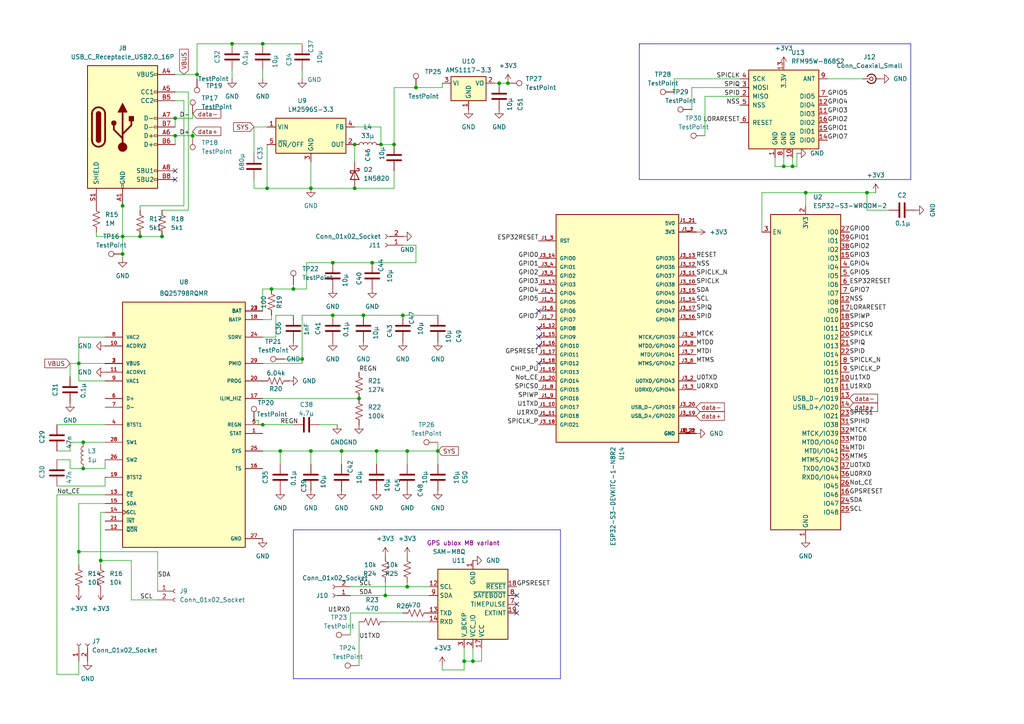
<source format=kicad_sch>
(kicad_sch (version 20250114) (generator "eeschema") (generator_version "9.0")
  (paper "A4")
  (title_block (title "LoRa_GPS_Esp32_Position_Transmitter") (date "Q1 2025-2026"))
  (lib_symbols
    (symbol "BQ25798RQMR:BQ25798RQMR" (pin_names (offset 1.016))
      (property "Reference" "U" (at -17.78 36.322 0))
      (property "Value" "BQ25798RQMR" (at -17.78 -38.1 0))
      (symbol "BQ25798RQMR_0_0"
        (pin input line (at -22.86 25.4 0) (length 5.08) (name "VAC2") (number "8"))
        (pin input line (at -22.86 22.86 0) (length 5.08) (name "ACDRV2") (number "10"))
        (pin input line (at -22.86 17.78 0) (length 5.08) (name "VBUS") (number "2"))
        (pin input line (at -22.86 17.78 0) (length 5.08) (name "VBUS") (number "3"))
        (pin input line (at -22.86 15.24 0) (length 5.08) (name "ACDRV1") (number "11"))
        (pin input line (at -22.86 12.7 0) (length 5.08) (name "VAC1") (number "9"))
        (pin bidirectional line (at -22.86 7.62 0) (length 5.08) (name "D+") (number "6"))
        (pin bidirectional line (at -22.86 5.08 0) (length 5.08) (name "D-") (number "7"))
        (pin input line (at -22.86 0 0) (length 5.08) (name "BTST1") (number "4"))
        (pin passive line (at -22.86 -5.08 0) (length 5.08) (name "SW1") (number "28"))
        (pin passive line (at -22.86 -10.16 0) (length 5.08) (name "SW2") (number "26"))
        (pin output line (at -22.86 -15.24 0) (length 5.08) (name "BTST2") (number "19"))
        (pin input line (at -22.86 -20.32 0) (length 5.08) (name "~{CE}") (number "13"))
        (pin bidirectional line (at -22.86 -22.86 0) (length 5.08) (name "SDA") (number "15"))
        (pin input clock (at -22.86 -25.4 0) (length 5.08) (name "SCL") (number "14"))
        (pin output line (at -22.86 -27.94 0) (length 5.08) (name "~{INT}") (number "21"))
        (pin input line (at -22.86 -30.48 0) (length 5.08) (name "~{QON}") (number "12"))
        (pin power_in line (at 22.86 33.02 180) (length 5.08) (name "BAT") (number "22"))
        (pin power_in line (at 22.86 33.02 180) (length 5.08) (name "BAT") (number "23"))
        (pin power_in line (at 22.86 30.48 180) (length 5.08) (name "BATP") (number "18"))
        (pin output line (at 22.86 25.4 180) (length 5.08) (name "SDRV") (number "24"))
        (pin passive line (at 22.86 17.78 180) (length 5.08) (name "PMID") (number "29"))
        (pin input line (at 22.86 12.7 180) (length 5.08) (name "PROG") (number "20"))
        (pin input line (at 22.86 7.62 180) (length 5.08) (name "ILIM_HIZ") (number "17"))
        (pin output line (at 22.86 0 180) (length 5.08) (name "REGN") (number "5"))
        (pin output line (at 22.86 -2.54 180) (length 5.08) (name "STAT") (number "1"))
        (pin output line (at 22.86 -7.62 180) (length 5.08) (name "SYS") (number "25"))
        (pin input line (at 22.86 -12.7 180) (length 5.08) (name "TS") (number "16"))
        (pin power_in line (at 22.86 -33.02 180) (length 5.08) (name "GND") (number "27"))
      )
    )
    (symbol "Connector:Conn_01x02_Socket" (pin_names (offset 1.016) (hide yes))
      (property "Reference" "J" (at 0 2.54 0))
      (property "Value" "Conn_01x02_Socket" (at 0 -5.08 0))
      (symbol "Conn_01x02_Socket_1_1"
        (pin passive line (at -5.08 0 0) (length 3.81) (name "Pin_1") (number "1"))
        (pin passive line (at -5.08 -2.54 0) (length 3.81) (name "Pin_2") (number "2"))
      )
    )
    (symbol "Connector:Conn_Coaxial_Small" (pin_numbers (hide yes)) (pin_names (offset 1.016) (hide yes))
      (property "Reference" "J" (at 0.254 3.048 0))
      (property "Value" "Conn_Coaxial_Small" (at 0 -3.81 0))
      (symbol "Conn_Coaxial_Small_1_1"
        (pin passive line (at -2.54 0 0) (length 1.27) (name "In") (number "1"))
        (pin passive line (at 2.54 0 180) (length 1.27) (name "Ext") (number "2"))
      )
    )
    (symbol "Connector:TestPoint" (pin_numbers (hide yes)) (pin_names (offset 0.762) (hide yes))
      (property "Reference" "TP" (at 0 6.858 0))
      (property "Value" "TestPoint" (at 0 5.08 0))
      (symbol "TestPoint_1_1"
        (pin passive line (at 0 0 90) (length 2.54) (name "1") (number "1"))
      )
    )
    (symbol "Connector:USB_C_Receptacle_USB2.0_16P" (pin_names (offset 1.016))
      (property "Reference" "J" (at 0 22.225 0))
      (property "Value" "USB_C_Receptacle_USB2.0_16P" (at 0 19.685 0))
      (symbol "USB_C_Receptacle_USB2.0_16P_1_1"
        (pin passive line (at -7.62 -22.86 90) (length 5.08) (name "SHIELD") (number "S1"))
        (pin passive line (at 0 -22.86 90) (length 5.08) (name "GND") (number "A1"))
        (pin passive line (at 0 -22.86 90) (length 5.08) (hide yes) (name "GND") (number "A12"))
        (pin passive line (at 0 -22.86 90) (length 5.08) (hide yes) (name "GND") (number "B1"))
        (pin passive line (at 0 -22.86 90) (length 5.08) (hide yes) (name "GND") (number "B12"))
        (pin passive line (at 15.24 15.24 180) (length 5.08) (name "VBUS") (number "A4"))
        (pin passive line (at 15.24 15.24 180) (length 5.08) (hide yes) (name "VBUS") (number "A9"))
        (pin passive line (at 15.24 15.24 180) (length 5.08) (hide yes) (name "VBUS") (number "B4"))
        (pin passive line (at 15.24 15.24 180) (length 5.08) (hide yes) (name "VBUS") (number "B9"))
        (pin bidirectional line (at 15.24 10.16 180) (length 5.08) (name "CC1") (number "A5"))
        (pin bidirectional line (at 15.24 7.62 180) (length 5.08) (name "CC2") (number "B5"))
        (pin bidirectional line (at 15.24 2.54 180) (length 5.08) (name "D-") (number "A7"))
        (pin bidirectional line (at 15.24 0 180) (length 5.08) (name "D-") (number "B7"))
        (pin bidirectional line (at 15.24 -2.54 180) (length 5.08) (name "D+") (number "A6"))
        (pin bidirectional line (at 15.24 -5.08 180) (length 5.08) (name "D+") (number "B6"))
        (pin bidirectional line (at 15.24 -12.7 180) (length 5.08) (name "SBU1") (number "A8"))
        (pin bidirectional line (at 15.24 -15.24 180) (length 5.08) (name "SBU2") (number "B8"))
      )
    )
    (symbol "Device:C" (pin_numbers (hide yes)) (pin_names (offset 0.254))
      (property "Reference" "C" (at 0.635 2.54 0))
      (property "Value" "C" (at 0.635 -2.54 0))
      (symbol "C_1_1"
        (pin passive line (at 0 3.81 270) (length 2.794) (name "~") (number "1"))
        (pin passive line (at 0 -3.81 90) (length 2.794) (name "~") (number "2"))
      )
    )
    (symbol "Device:L" (pin_numbers (hide yes)) (pin_names (offset 1.016) (hide yes))
      (property "Reference" "L" (at -1.27 0 90))
      (property "Value" "L" (at 1.905 0 90))
      (symbol "L_1_1"
        (pin passive line (at 0 3.81 270) (length 1.27) (name "1") (number "1"))
        (pin passive line (at 0 -3.81 90) (length 1.27) (name "2") (number "2"))
      )
    )
    (symbol "Device:R_US" (pin_numbers (hide yes)) (pin_names (offset 0))
      (property "Reference" "R" (at 2.54 0 90))
      (property "Value" "R_US" (at -2.54 0 90))
      (symbol "R_US_1_1"
        (pin passive line (at 0 3.81 270) (length 1.27) (name "~") (number "1"))
        (pin passive line (at 0 -3.81 90) (length 1.27) (name "~") (number "2"))
      )
    )
    (symbol "Diode:1N5820" (pin_numbers (hide yes)) (pin_names (offset 1.016) (hide yes))
      (property "Reference" "D" (at 0 2.54 0))
      (property "Value" "1N5820" (at 0 -2.54 0))
      (symbol "1N5820_1_1"
        (pin passive line (at -3.81 0 0) (length 2.54) (name "K") (number "1"))
        (pin passive line (at 3.81 0 180) (length 2.54) (name "A") (number "2"))
      )
    )
    (symbol "ESP32-S3-DEVKITC-1-N8R2:ESP32-S3-DEVKITC-1-N8R2" (pin_names (offset 1.016))
      (property "Reference" "U" (at -17.78 35.56 0))
      (property "Value" "ESP32-S3-DEVKITC-1-N8R2" (at -17.78 -35.56 0))
      (symbol "ESP32-S3-DEVKITC-1-N8R2_0_0"
        (pin input line (at -22.86 25.4 0) (length 5.08) (name "RST") (number "J1_3"))
        (pin bidirectional line (at -22.86 20.32 0) (length 5.08) (name "GPIO0") (number "J3_14"))
        (pin bidirectional line (at -22.86 17.78 0) (length 5.08) (name "GPIO1") (number "J3_4"))
        (pin bidirectional line (at -22.86 15.24 0) (length 5.08) (name "GPIO2") (number "J3_5"))
        (pin bidirectional line (at -22.86 12.7 0) (length 5.08) (name "GPIO3") (number "J1_13"))
        (pin bidirectional line (at -22.86 10.16 0) (length 5.08) (name "GPIO4") (number "J1_4"))
        (pin bidirectional line (at -22.86 7.62 0) (length 5.08) (name "GPIO5") (number "J1_5"))
        (pin bidirectional line (at -22.86 5.08 0) (length 5.08) (name "GPIO6") (number "J1_6"))
        (pin bidirectional line (at -22.86 2.54 0) (length 5.08) (name "GPIO7") (number "J1_7"))
        (pin bidirectional line (at -22.86 0 0) (length 5.08) (name "GPIO8") (number "J1_12"))
        (pin bidirectional line (at -22.86 -2.54 0) (length 5.08) (name "GPIO9") (number "J1_15"))
        (pin bidirectional line (at -22.86 -5.08 0) (length 5.08) (name "GPIO10") (number "J1_16"))
        (pin bidirectional line (at -22.86 -7.62 0) (length 5.08) (name "GPIO11") (number "J1_17"))
        (pin bidirectional line (at -22.86 -10.16 0) (length 5.08) (name "GPIO12") (number "J1_18"))
        (pin bidirectional line (at -22.86 -12.7 0) (length 5.08) (name "GPIO13") (number "J1_19"))
        (pin bidirectional line (at -22.86 -15.24 0) (length 5.08) (name "GPIO14") (number "J1_20"))
        (pin bidirectional line (at -22.86 -17.78 0) (length 5.08) (name "GPIO15") (number "J1_8"))
        (pin bidirectional line (at -22.86 -20.32 0) (length 5.08) (name "GPIO16") (number "J1_9"))
        (pin bidirectional line (at -22.86 -22.86 0) (length 5.08) (name "GPIO17") (number "J1_10"))
        (pin bidirectional line (at -22.86 -25.4 0) (length 5.08) (name "GPIO18") (number "J1_11"))
        (pin bidirectional line (at -22.86 -27.94 0) (length 5.08) (name "GPIO21") (number "J3_18"))
        (pin power_in line (at 22.86 30.48 180) (length 5.08) (name "5V0") (number "J1_21"))
        (pin power_in line (at 22.86 27.94 180) (length 5.08) (name "3V3") (number "J1_1"))
        (pin power_in line (at 22.86 27.94 180) (length 5.08) (name "3V3") (number "J1_2"))
        (pin bidirectional line (at 22.86 20.32 180) (length 5.08) (name "GPIO35") (number "J3_13"))
        (pin bidirectional line (at 22.86 17.78 180) (length 5.08) (name "GPIO36") (number "J3_12"))
        (pin bidirectional line (at 22.86 15.24 180) (length 5.08) (name "GPIO37") (number "J3_11"))
        (pin bidirectional line (at 22.86 12.7 180) (length 5.08) (name "GPIO38") (number "J3_10"))
        (pin bidirectional line (at 22.86 10.16 180) (length 5.08) (name "GPIO45") (number "J3_15"))
        (pin bidirectional line (at 22.86 7.62 180) (length 5.08) (name "GPIO46") (number "J1_14"))
        (pin bidirectional line (at 22.86 5.08 180) (length 5.08) (name "GPIO47") (number "J3_17"))
        (pin bidirectional line (at 22.86 2.54 180) (length 5.08) (name "GPIO48") (number "J3_16"))
        (pin bidirectional line (at 22.86 -2.54 180) (length 5.08) (name "MTCK/GPIO39") (number "J3_9"))
        (pin bidirectional line (at 22.86 -5.08 180) (length 5.08) (name "MTDO/GPIO40") (number "J3_8"))
        (pin bidirectional line (at 22.86 -7.62 180) (length 5.08) (name "MTDI/GPIO41") (number "J3_7"))
        (pin bidirectional line (at 22.86 -10.16 180) (length 5.08) (name "MTMS/GPIO42") (number "J3_6"))
        (pin bidirectional line (at 22.86 -15.24 180) (length 5.08) (name "U0TXD/GPIO43") (number "J3_2"))
        (pin bidirectional line (at 22.86 -17.78 180) (length 5.08) (name "U0RXD/GPIO44") (number "J3_3"))
        (pin bidirectional line (at 22.86 -22.86 180) (length 5.08) (name "USB_D-/GPIO19") (number "J3_20"))
        (pin bidirectional line (at 22.86 -25.4 180) (length 5.08) (name "USB_D+/GPIO20") (number "J3_19"))
        (pin power_in line (at 22.86 -30.48 180) (length 5.08) (name "GND") (number "J1_22"))
        (pin power_in line (at 22.86 -30.48 180) (length 5.08) (name "GND") (number "J3_1"))
        (pin power_in line (at 22.86 -30.48 180) (length 5.08) (name "GND") (number "J3_21"))
        (pin power_in line (at 22.86 -30.48 180) (length 5.08) (name "GND") (number "J3_22"))
      )
    )
    (symbol "RF_GPS:SAM-M8Q"
      (property "Reference" "U" (at -8.89 11.43 0))
      (property "Value" "SAM-M8Q" (at 8.89 11.43 0))
      (symbol "SAM-M8Q_1_1"
        (pin input line (at -12.7 2.54 0) (length 2.54) (name "EXTINT") (number "19"))
        (pin output line (at -12.7 0 0) (length 2.54) (name "TIMEPULSE") (number "7"))
        (pin input line (at -12.7 -2.54 0) (length 2.54) (name "~{SAFEBOOT}") (number "8"))
        (pin input line (at -12.7 -5.08 0) (length 2.54) (name "~{RESET}") (number "18"))
        (pin power_in line (at -2.54 12.7 270) (length 2.54) (name "VCC") (number "17"))
        (pin power_in line (at 0 12.7 270) (length 2.54) (name "VCC_IO") (number "2"))
        (pin power_in line (at 0 -12.7 90) (length 2.54) (name "GND") (number "1"))
        (pin passive line (at 0 -12.7 90) (length 2.54) (hide yes) (name "GND") (number "10"))
        (pin passive line (at 0 -12.7 90) (length 2.54) (hide yes) (name "GND") (number "11"))
        (pin passive line (at 0 -12.7 90) (length 2.54) (hide yes) (name "GND") (number "15"))
        (pin passive line (at 0 -12.7 90) (length 2.54) (hide yes) (name "GND") (number "16"))
        (pin passive line (at 0 -12.7 90) (length 2.54) (hide yes) (name "GND") (number "20"))
        (pin passive line (at 0 -12.7 90) (length 2.54) (hide yes) (name "GND") (number "4"))
        (pin passive line (at 0 -12.7 90) (length 2.54) (hide yes) (name "GND") (number "5"))
        (pin passive line (at 0 -12.7 90) (length 2.54) (hide yes) (name "GND") (number "6"))
        (pin power_in line (at 2.54 12.7 270) (length 2.54) (name "V_BCKP") (number "3"))
        (pin input line (at 12.7 5.08 180) (length 2.54) (name "RXD") (number "14"))
        (pin output line (at 12.7 2.54 180) (length 2.54) (name "TXD") (number "13"))
        (pin bidirectional line (at 12.7 -2.54 180) (length 2.54) (name "SDA") (number "9"))
        (pin input line (at 12.7 -5.08 180) (length 2.54) (name "SCL") (number "12"))
      )
    )
    (symbol "RF_Module:ESP32-S3-WROOM-2"
      (property "Reference" "U" (at -10.16 45.72 0))
      (property "Value" "ESP32-S3-WROOM-2" (at 2.54 45.72 0))
      (symbol "ESP32-S3-WROOM-2_1_1"
        (pin input line (at -12.7 40.64 0) (length 2.54) (name "EN") (number "3"))
        (pin no_connect line (at -10.16 -35.56 0) (length 2.54) (hide yes) (name "NC") (number "28"))
        (pin no_connect line (at -10.16 -38.1 0) (length 2.54) (hide yes) (name "NC") (number "29"))
        (pin no_connect line (at -10.16 -40.64 0) (length 2.54) (hide yes) (name "NC") (number "30"))
        (pin power_in line (at 0 48.26 270) (length 2.54) (name "3V3") (number "2"))
        (pin power_in line (at 0 -48.26 90) (length 2.54) (name "GND") (number "1"))
        (pin passive line (at 0 -48.26 90) (length 2.54) (hide yes) (name "GND") (number "40"))
        (pin passive line (at 0 -48.26 90) (length 2.54) (hide yes) (name "GND") (number "41"))
        (pin bidirectional line (at 12.7 40.64 180) (length 2.54) (name "IO0") (number "27"))
        (pin bidirectional line (at 12.7 38.1 180) (length 2.54) (name "IO1") (number "39"))
        (pin bidirectional line (at 12.7 35.56 180) (length 2.54) (name "IO2") (number "38"))
        (pin bidirectional line (at 12.7 33.02 180) (length 2.54) (name "IO3") (number "15"))
        (pin bidirectional line (at 12.7 30.48 180) (length 2.54) (name "IO4") (number "4"))
        (pin bidirectional line (at 12.7 27.94 180) (length 2.54) (name "IO5") (number "5"))
        (pin bidirectional line (at 12.7 25.4 180) (length 2.54) (name "IO6") (number "6"))
        (pin bidirectional line (at 12.7 22.86 180) (length 2.54) (name "IO7") (number "7"))
        (pin bidirectional line (at 12.7 20.32 180) (length 2.54) (name "IO8") (number "12"))
        (pin bidirectional line (at 12.7 17.78 180) (length 2.54) (name "IO9") (number "17"))
        (pin bidirectional line (at 12.7 15.24 180) (length 2.54) (name "IO10") (number "18"))
        (pin bidirectional line (at 12.7 12.7 180) (length 2.54) (name "IO11") (number "19"))
        (pin bidirectional line (at 12.7 10.16 180) (length 2.54) (name "IO12") (number "20"))
        (pin bidirectional line (at 12.7 7.62 180) (length 2.54) (name "IO13") (number "21"))
        (pin bidirectional line (at 12.7 5.08 180) (length 2.54) (name "IO14") (number "22"))
        (pin bidirectional line (at 12.7 2.54 180) (length 2.54) (name "IO15") (number "8"))
        (pin bidirectional line (at 12.7 0 180) (length 2.54) (name "IO16") (number "9"))
        (pin bidirectional line (at 12.7 -2.54 180) (length 2.54) (name "IO17") (number "10"))
        (pin bidirectional line (at 12.7 -5.08 180) (length 2.54) (name "IO18") (number "11"))
        (pin bidirectional line (at 12.7 -7.62 180) (length 2.54) (name "USB_D-/IO19") (number "13"))
        (pin bidirectional line (at 12.7 -10.16 180) (length 2.54) (name "USB_D+/IO20") (number "14"))
        (pin bidirectional line (at 12.7 -12.7 180) (length 2.54) (name "IO21") (number "23"))
        (pin bidirectional line (at 12.7 -15.24 180) (length 2.54) (name "IO38") (number "31"))
        (pin bidirectional line (at 12.7 -17.78 180) (length 2.54) (name "MTCK/IO39") (number "32"))
        (pin bidirectional line (at 12.7 -20.32 180) (length 2.54) (name "MTDO/IO40") (number "33"))
        (pin bidirectional line (at 12.7 -22.86 180) (length 2.54) (name "MTDI/IO41") (number "34"))
        (pin bidirectional line (at 12.7 -25.4 180) (length 2.54) (name "MTMS/IO42") (number "35"))
        (pin bidirectional line (at 12.7 -27.94 180) (length 2.54) (name "TXD0/IO43") (number "37"))
        (pin bidirectional line (at 12.7 -30.48 180) (length 2.54) (name "RXD0/IO44") (number "36"))
        (pin bidirectional line (at 12.7 -33.02 180) (length 2.54) (name "IO45") (number "26"))
        (pin bidirectional line (at 12.7 -35.56 180) (length 2.54) (name "IO46") (number "16"))
        (pin bidirectional line (at 12.7 -38.1 180) (length 2.54) (name "IO47") (number "24"))
        (pin bidirectional line (at 12.7 -40.64 180) (length 2.54) (name "IO48") (number "25"))
      )
    )
    (symbol "RF_Module:RFM95W-868S2" (pin_names (offset 1.016))
      (property "Reference" "U" (at -10.414 11.684 0))
      (property "Value" "RFM95W-868S2" (at 1.524 11.43 0))
      (symbol "RFM95W-868S2_1_1"
        (pin input line (at -12.7 7.62 0) (length 2.54) (name "SCK") (number "4"))
        (pin input line (at -12.7 5.08 0) (length 2.54) (name "MOSI") (number "3"))
        (pin output line (at -12.7 2.54 0) (length 2.54) (name "MISO") (number "2"))
        (pin input line (at -12.7 0 0) (length 2.54) (name "NSS") (number "5"))
        (pin bidirectional line (at -12.7 -5.08 0) (length 2.54) (name "RESET") (number "6"))
        (pin power_in line (at -2.54 -15.24 90) (length 2.54) (name "GND") (number "1"))
        (pin power_in line (at 0 12.7 270) (length 2.54) (name "3.3V") (number "13"))
        (pin power_in line (at 0 -15.24 90) (length 2.54) (name "GND") (number "8"))
        (pin power_in line (at 2.54 -15.24 90) (length 2.54) (name "GND") (number "10"))
        (pin bidirectional line (at 12.7 7.62 180) (length 2.54) (name "ANT") (number "9"))
        (pin bidirectional line (at 12.7 2.54 180) (length 2.54) (name "DIO5") (number "7"))
        (pin bidirectional line (at 12.7 0 180) (length 2.54) (name "DIO4") (number "12"))
        (pin bidirectional line (at 12.7 -2.54 180) (length 2.54) (name "DIO3") (number "11"))
        (pin bidirectional line (at 12.7 -5.08 180) (length 2.54) (name "DIO2") (number "16"))
        (pin bidirectional line (at 12.7 -7.62 180) (length 2.54) (name "DIO1") (number "15"))
        (pin bidirectional line (at 12.7 -10.16 180) (length 2.54) (name "DIO0") (number "14"))
      )
    )
    (symbol "Regulator_Linear:AMS1117-3.3"
      (property "Reference" "U" (at -3.81 3.175 0))
      (property "Value" "AMS1117-3.3" (at 0 3.175 0))
      (symbol "AMS1117-3.3_1_1"
        (pin power_in line (at -7.62 0 0) (length 2.54) (name "VI") (number "3"))
        (pin power_in line (at 0 -7.62 90) (length 2.54) (name "GND") (number "1"))
        (pin power_out line (at 7.62 0 180) (length 2.54) (name "VO") (number "2"))
      )
    )
    (symbol "Regulator_Switching:LM2596S-3.3"
      (property "Reference" "U" (at -10.16 6.35 0))
      (property "Value" "LM2596S-3.3" (at 0 6.35 0))
      (symbol "LM2596S-3.3_1_1"
        (pin power_in line (at -12.7 2.54 0) (length 2.54) (name "VIN") (number "1"))
        (pin input line (at -12.7 -2.54 0) (length 2.54) (name "~{ON}/OFF") (number "5"))
        (pin power_in line (at 0 -7.62 90) (length 2.54) (name "GND") (number "3"))
        (pin input line (at 12.7 2.54 180) (length 2.54) (name "FB") (number "4"))
        (pin output line (at 12.7 -2.54 180) (length 2.54) (name "OUT") (number "2"))
      )
    )
    (symbol "power:+3V3" (power) (pin_numbers (hide yes)) (pin_names (offset 0) (hide yes))
      (property "Value" "+3V3" (at 0 3.556 0))
      (symbol "+3V3_1_1"
        (pin power_in line (at 0 0 90) (length 0) (name "~") (number "1"))
      )
    )
    (symbol "power:GND" (power) (pin_numbers (hide yes)) (pin_names (offset 0) (hide yes))
      (property "Value" "GND" (at 0 -3.81 0))
      (symbol "GND_1_1"
        (pin power_in line (at 0 0 270) (length 0) (name "~") (number "1"))
      )
    )
  )
  (junction (at 77.47 54.61))
  (junction (at 229.87 48.26))
  (junction (at 22.86 105.41))
  (junction (at 102.87 54.61))
  (junction (at 114.3 41.91))
  (junction (at 116.84 91.44))
  (junction (at 29.21 162.56))
  (junction (at 24.13 128.27))
  (junction (at 251.46 55.88))
  (junction (at 105.41 91.44))
  (junction (at 134.62 191.77))
  (junction (at 46.99 68.58))
  (junction (at 96.52 76.2))
  (junction (at 102.87 41.91))
  (junction (at 137.16 191.77))
  (junction (at 22.86 160.02))
  (junction (at 90.17 130.81))
  (junction (at 78.74 83.82))
  (junction (at 81.28 130.81))
  (junction (at 35.56 68.58))
  (junction (at 57.15 21.59))
  (junction (at 109.22 130.81))
  (junction (at 85.09 83.82))
  (junction (at 87.63 104.14))
  (junction (at 107.95 76.2))
  (junction (at 90.17 54.61))
  (junction (at 118.11 170.18))
  (junction (at 24.13 135.89))
  (junction (at 147.32 24.13))
  (junction (at 111.76 172.72))
  (junction (at 104.14 115.57))
  (junction (at 127 130.81))
  (junction (at 110.49 41.91))
  (junction (at 35.56 73.66))
  (junction (at 118.11 130.81))
  (junction (at 40.64 68.58))
  (junction (at 76.2 12.7))
  (junction (at 55.88 39.37))
  (junction (at 233.68 55.88))
  (junction (at 35.56 59.69))
  (junction (at 227.33 48.26))
  (junction (at 99.06 130.81))
  (junction (at 96.52 91.44))
  (junction (at 144.78 24.13))
  (junction (at 76.2 123.19))
  (junction (at 120.65 25.4))
  (junction (at 67.31 12.7))
  (junction (at 50.8 39.37))
  (junction (at 50.8 34.29))
  (no_connect (at 149.86 177.8))
  (no_connect (at 50.8 52.07))
  (no_connect (at 50.8 49.53))
  (no_connect (at 149.86 172.72))
  (no_connect (at 149.86 175.26))
  (no_connect (at 156.21 105.41))
  (no_connect (at 156.21 90.17))
  (no_connect (at 156.21 100.33))
  (no_connect (at 156.21 95.25))
  (no_connect (at 156.21 97.79))
  (wire (pts (xy 200.66 25.4) (xy 214.63 25.4)))
  (wire (pts (xy 120.65 71.12) (xy 116.84 71.12)))
  (wire (pts (xy 22.86 105.41) (xy 30.48 105.41)))
  (wire (pts (xy 87.63 20.32) (xy 87.63 22.86)))
  (wire (pts (xy 229.87 45.72) (xy 229.87 48.26)))
  (wire (pts (xy 251.46 55.88) (xy 251.46 60.96)))
  (polyline (pts (xy 85.09 153.67) (xy 162.56 153.67)))
  (wire (pts (xy 99.06 130.81) (xy 99.06 134.62)))
  (wire (pts (xy 85.09 82.55) (xy 85.09 83.82)))
  (wire (pts (xy 128.27 25.4) (xy 128.27 24.13)))
  (wire (pts (xy 257.81 60.96) (xy 251.46 60.96)))
  (wire (pts (xy 101.6 170.18) (xy 118.11 170.18)))
  (wire (pts (xy 231.14 48.26) (xy 229.87 48.26)))
  (wire (pts (xy 87.63 104.14) (xy 87.63 105.41)))
  (wire (pts (xy 45.72 171.45) (xy 45.72 160.02)))
  (wire (pts (xy 110.49 36.83) (xy 110.49 41.91)))
  (wire (pts (xy 120.65 71.12) (xy 120.65 76.2)))
  (wire (pts (xy 74.93 121.92) (xy 74.93 123.19)))
  (wire (pts (xy 54.61 26.67) (xy 54.61 60.96)))
  (wire (pts (xy 20.32 130.81) (xy 20.32 128.27)))
  (wire (pts (xy 22.86 191.77) (xy 22.86 195.58)))
  (wire (pts (xy 90.17 54.61) (xy 102.87 54.61)))
  (wire (pts (xy 46.99 68.58) (xy 46.99 66.04)))
  (wire (pts (xy 229.87 48.26) (xy 227.33 48.26)))
  (wire (pts (xy 74.93 121.92) (xy 73.66 121.92)))
  (wire (pts (xy 20.32 128.27) (xy 24.13 128.27)))
  (wire (pts (xy 78.74 91.44) (xy 78.74 92.71)))
  (wire (pts (xy 57.15 12.7) (xy 57.15 21.59)))
  (wire (pts (xy 204.47 27.94) (xy 204.47 39.37)))
  (wire (pts (xy 76.2 115.57) (xy 104.14 115.57)))
  (wire (pts (xy 87.63 91.44) (xy 87.63 104.14)))
  (polyline (pts (xy 264.16 12.7) (xy 185.42 12.7)))
  (wire (pts (xy 78.74 83.82) (xy 76.2 83.82)))
  (wire (pts (xy 67.31 20.32) (xy 67.31 22.86)))
  (wire (pts (xy 78.74 83.82) (xy 85.09 83.82)))
  (wire (pts (xy 38.1 173.99) (xy 45.72 173.99)))
  (polyline (pts (xy 185.42 12.7) (xy 185.42 52.07)))
  (wire (pts (xy 204.47 27.94) (xy 214.63 27.94)))
  (wire (pts (xy 55.88 33.02) (xy 55.88 34.29)))
  (wire (pts (xy 99.06 130.81) (xy 109.22 130.81)))
  (wire (pts (xy 35.56 68.58) (xy 40.64 68.58)))
  (polyline (pts (xy 162.56 153.67) (xy 162.56 196.85)))
  (wire (pts (xy 40.64 59.69) (xy 40.64 60.96)))
  (wire (pts (xy 102.87 54.61) (xy 114.3 54.61)))
  (wire (pts (xy 87.63 104.14) (xy 82.55 104.14)))
  (wire (pts (xy 87.63 105.41) (xy 76.2 105.41)))
  (wire (pts (xy 27.94 68.58) (xy 35.56 68.58)))
  (wire (pts (xy 128.27 194.31) (xy 134.62 194.31)))
  (wire (pts (xy 109.22 134.62) (xy 109.22 130.81)))
  (wire (pts (xy 233.68 55.88) (xy 220.98 55.88)))
  (wire (pts (xy 96.52 76.2) (xy 88.9 76.2)))
  (wire (pts (xy 30.48 97.79) (xy 22.86 97.79)))
  (wire (pts (xy 102.87 46.99) (xy 102.87 41.91)))
  (wire (pts (xy 231.14 48.26) (xy 231.14 44.45)))
  (wire (pts (xy 54.61 60.96) (xy 46.99 60.96)))
  (wire (pts (xy 74.93 123.19) (xy 76.2 123.19)))
  (polyline (pts (xy 264.16 52.07) (xy 264.16 12.7)))
  (wire (pts (xy 87.63 91.44) (xy 96.52 91.44)))
  (wire (pts (xy 16.51 143.51) (xy 30.48 143.51)))
  (wire (pts (xy 20.32 135.89) (xy 20.32 133.35)))
  (wire (pts (xy 57.15 12.7) (xy 67.31 12.7)))
  (wire (pts (xy 224.79 45.72) (xy 224.79 48.26)))
  (wire (pts (xy 50.8 34.29) (xy 50.8 36.83)))
  (wire (pts (xy 29.21 162.56) (xy 38.1 162.56)))
  (wire (pts (xy 227.33 19.05) (xy 227.33 17.78)))
  (wire (pts (xy 101.6 177.8) (xy 101.6 184.15)))
  (wire (pts (xy 137.16 187.96) (xy 137.16 191.77)))
  (wire (pts (xy 76.2 12.7) (xy 87.63 12.7)))
  (wire (pts (xy 35.56 73.66) (xy 35.56 74.93)))
  (wire (pts (xy 101.6 172.72) (xy 111.76 172.72)))
  (wire (pts (xy 22.86 146.05) (xy 22.86 160.02)))
  (wire (pts (xy 120.65 25.4) (xy 128.27 25.4)))
  (wire (pts (xy 16.51 140.97) (xy 30.48 140.97)))
  (wire (pts (xy 102.87 36.83) (xy 110.49 36.83)))
  (wire (pts (xy 144.78 24.13) (xy 143.51 24.13)))
  (wire (pts (xy 77.47 41.91) (xy 77.47 54.61)))
  (wire (pts (xy 29.21 148.59) (xy 29.21 162.56)))
  (wire (pts (xy 80.01 97.79) (xy 80.01 91.44)))
  (wire (pts (xy 76.2 83.82) (xy 76.2 90.17)))
  (wire (pts (xy 114.3 25.4) (xy 120.65 25.4)))
  (wire (pts (xy 88.9 76.2) (xy 88.9 83.82)))
  (wire (pts (xy 30.48 148.59) (xy 29.21 148.59)))
  (wire (pts (xy 139.7 187.96) (xy 139.7 191.77)))
  (wire (pts (xy 77.47 54.61) (xy 90.17 54.61)))
  (wire (pts (xy 20.32 105.41) (xy 22.86 105.41)))
  (wire (pts (xy 116.84 91.44) (xy 127 91.44)))
  (wire (pts (xy 195.58 22.86) (xy 195.58 26.67)))
  (wire (pts (xy 114.3 49.53) (xy 114.3 54.61)))
  (wire (pts (xy 45.72 160.02) (xy 22.86 160.02)))
  (wire (pts (xy 57.15 22.86) (xy 57.15 21.59)))
  (wire (pts (xy 55.88 34.29) (xy 50.8 34.29)))
  (wire (pts (xy 76.2 123.19) (xy 85.09 123.19)))
  (wire (pts (xy 118.11 170.18) (xy 124.46 170.18)))
  (wire (pts (xy 35.56 68.58) (xy 35.56 73.66)))
  (wire (pts (xy 76.2 97.79) (xy 80.01 97.79)))
  (wire (pts (xy 233.68 55.88) (xy 233.68 59.69)))
  (wire (pts (xy 227.33 45.72) (xy 227.33 48.26)))
  (wire (pts (xy 120.65 76.2) (xy 107.95 76.2)))
  (wire (pts (xy 20.32 133.35) (xy 16.51 133.35)))
  (wire (pts (xy 76.2 130.81) (xy 81.28 130.81)))
  (wire (pts (xy 137.16 191.77) (xy 139.7 191.77)))
  (polyline (pts (xy 85.09 153.67) (xy 85.09 196.85)))
  (wire (pts (xy 35.56 58.42) (xy 35.56 59.69)))
  (wire (pts (xy 16.51 143.51) (xy 16.51 195.58)))
  (wire (pts (xy 16.51 195.58) (xy 22.86 195.58)))
  (wire (pts (xy 67.31 12.7) (xy 76.2 12.7)))
  (wire (pts (xy 29.21 162.56) (xy 29.21 163.83)))
  (wire (pts (xy 22.86 146.05) (xy 30.48 146.05)))
  (wire (pts (xy 96.52 76.2) (xy 107.95 76.2)))
  (polyline (pts (xy 85.09 196.85) (xy 162.56 196.85)))
  (wire (pts (xy 92.71 123.19) (xy 97.79 123.19)))
  (wire (pts (xy 200.66 25.4) (xy 200.66 31.75)))
  (wire (pts (xy 16.51 130.81) (xy 20.32 130.81)))
  (wire (pts (xy 76.2 22.86) (xy 76.2 20.32)))
  (wire (pts (xy 111.76 172.72) (xy 124.46 172.72)))
  (wire (pts (xy 22.86 160.02) (xy 22.86 163.83)))
  (wire (pts (xy 27.94 67.31) (xy 27.94 68.58)))
  (wire (pts (xy 105.41 91.44) (xy 116.84 91.44)))
  (wire (pts (xy 24.13 128.27) (xy 30.48 128.27)))
  (wire (pts (xy 55.88 39.37) (xy 50.8 39.37)))
  (wire (pts (xy 254 55.88) (xy 251.46 55.88)))
  (wire (pts (xy 88.9 83.82) (xy 85.09 83.82)))
  (wire (pts (xy 53.34 59.69) (xy 40.64 59.69)))
  (wire (pts (xy 224.79 48.26) (xy 227.33 48.26)))
  (wire (pts (xy 40.64 66.04) (xy 40.64 68.58)))
  (wire (pts (xy 214.63 22.86) (xy 195.58 22.86)))
  (wire (pts (xy 134.62 194.31) (xy 134.62 191.77)))
  (wire (pts (xy 55.88 38.1) (xy 55.88 39.37)))
  (wire (pts (xy 50.8 39.37) (xy 50.8 41.91)))
  (wire (pts (xy 96.52 91.44) (xy 105.41 91.44)))
  (wire (pts (xy 73.66 36.83) (xy 73.66 44.45)))
  (wire (pts (xy 90.17 130.81) (xy 99.06 130.81)))
  (wire (pts (xy 22.86 97.79) (xy 22.86 105.41)))
  (wire (pts (xy 53.34 29.21) (xy 53.34 59.69)))
  (wire (pts (xy 30.48 135.89) (xy 24.13 135.89)))
  (wire (pts (xy 81.28 130.81) (xy 90.17 130.81)))
  (wire (pts (xy 147.32 24.13) (xy 144.78 24.13)))
  (wire (pts (xy 73.66 54.61) (xy 77.47 54.61)))
  (wire (pts (xy 90.17 134.62) (xy 90.17 130.81)))
  (wire (pts (xy 114.3 41.91) (xy 110.49 41.91)))
  (wire (pts (xy 77.47 36.83) (xy 73.66 36.83)))
  (wire (pts (xy 114.3 41.91) (xy 114.3 25.4)))
  (wire (pts (xy 40.64 68.58) (xy 46.99 68.58)))
  (wire (pts (xy 127 128.27) (xy 127 130.81)))
  (wire (pts (xy 50.8 29.21) (xy 53.34 29.21)))
  (wire (pts (xy 22.86 105.41) (xy 22.86 110.49)))
  (wire (pts (xy 240.03 22.86) (xy 250.19 22.86)))
  (wire (pts (xy 80.01 91.44) (xy 85.09 91.44)))
  (wire (pts (xy 38.1 162.56) (xy 38.1 173.99)))
  (wire (pts (xy 35.56 59.69) (xy 35.56 68.58)))
  (wire (pts (xy 101.6 177.8) (xy 116.84 177.8)))
  (wire (pts (xy 30.48 140.97) (xy 30.48 138.43)))
  (wire (pts (xy 24.13 135.89) (xy 20.32 135.89)))
  (wire (pts (xy 78.74 92.71) (xy 76.2 92.71)))
  (wire (pts (xy 233.68 55.88) (xy 251.46 55.88)))
  (wire (pts (xy 128.27 193.04) (xy 128.27 194.31)))
  (polyline (pts (xy 185.42 12.7) (xy 185.42 13.97)))
  (polyline (pts (xy 185.42 52.07) (xy 264.16 52.07)))
  (wire (pts (xy 20.32 109.22) (xy 20.32 105.41)))
  (wire (pts (xy 104.14 180.34) (xy 104.14 193.04)))
  (wire (pts (xy 111.76 180.34) (xy 124.46 180.34)))
  (wire (pts (xy 73.66 52.07) (xy 73.66 54.61)))
  (wire (pts (xy 109.22 130.81) (xy 118.11 130.81)))
  (wire (pts (xy 57.15 21.59) (xy 50.8 21.59)))
  (wire (pts (xy 134.62 191.77) (xy 137.16 191.77)))
  (wire (pts (xy 81.28 134.62) (xy 81.28 130.81)))
  (wire (pts (xy 118.11 130.81) (xy 118.11 134.62)))
  (wire (pts (xy 16.51 123.19) (xy 30.48 123.19)))
  (wire (pts (xy 118.11 170.18) (xy 118.11 168.91)))
  (wire (pts (xy 220.98 55.88) (xy 220.98 67.31)))
  (wire (pts (xy 134.62 187.96) (xy 134.62 191.77)))
  (wire (pts (xy 118.11 130.81) (xy 127 130.81)))
  (wire (pts (xy 111.76 168.91) (xy 111.76 172.72)))
  (wire (pts (xy 30.48 133.35) (xy 30.48 135.89)))
  (wire (pts (xy 90.17 46.99) (xy 90.17 54.61)))
  (wire (pts (xy 50.8 26.67) (xy 54.61 26.67)))
  (wire (pts (xy 127 134.62) (xy 127 130.81)))
  (wire (pts (xy 22.86 110.49) (xy 30.48 110.49)))
  (label "Not_CE" (at 16.51 143.51 0))
  (label "NSS" (at 201.93 77.47 0))
  (label "SPIWP" (at 246.38 92.71 0))
  (label "SDA" (at 246.38 146.05 0))
  (label "RESET" (at 201.93 74.93 0))
  (label "MTCK" (at 246.38 125.73 0))
  (label "U1TXD" (at 104.14 185.42 0))
  (label "U1TXD" (at 156.21 118.11 180))
  (label "U0TXD" (at 201.93 110.49 0))
  (label "MTMS" (at 246.38 133.35 0))
  (label "NSS" (at 214.63 30.48 180))
  (label "GPIO3" (at 240.03 33.02 0))
  (label "GPIO7" (at 156.21 92.71 180))
  (label "GPIO0" (at 246.38 67.31 0))
  (label "U0RXD" (at 201.93 113.03 0))
  (label "U0RXD" (at 246.38 138.43 0))
  (label "Not_CE" (at 246.38 140.97 0))
  (label "SCL" (at 246.38 148.59 0))
  (label "SDA" (at 201.93 85.09 0))
  (label "SCL" (at 104.14 170.18 0))
  (label "GPIO3" (at 156.21 82.55 180))
  (label "U1RXD" (at 156.21 120.65 180))
  (label "SDA" (at 45.72 167.64 0))
  (label "GPIO2" (at 156.21 80.01 180))
  (label "U0TXD" (at 246.38 135.89 0))
  (label "SPICLK_N" (at 201.93 80.01 0))
  (label "SPICS0" (at 156.21 113.03 180))
  (label "GPIO4" (at 246.38 77.47 0))
  (label "SCL" (at 201.93 87.63 0))
  (label "MTDI" (at 246.38 130.81 0))
  (label "GPIO1" (at 156.21 77.47 180))
  (label "U1RXD" (at 101.6 177.8 180))
  (label "SCL" (at 40.64 173.99 0))
  (label "SPIQ" (at 214.63 25.4 180))
  (label "SPID" (at 201.93 92.71 0))
  (label "REGN" (at 104.14 107.95 0))
  (label "SPICS0" (at 246.38 95.25 0))
  (label "SPIQ" (at 246.38 100.33 0))
  (label "GPIO1" (at 246.38 69.85 0))
  (label "GPIO2" (at 246.38 72.39 0))
  (label "SPIHD" (at 246.38 123.19 0))
  (label "SPICLK" (at 214.63 22.86 180))
  (label "GPIO7" (at 240.03 40.64 0))
  (label "SPICLK" (at 246.38 97.79 0))
  (label "GPIO4" (at 240.03 30.48 0))
  (label "D-" (at 52.07 34.29 0))
  (label "GPIO1" (at 240.03 38.1 0))
  (label "GPIO5" (at 246.38 80.01 0))
  (label "GPIO3" (at 246.38 74.93 0))
  (label "LORARESET" (at 214.63 35.56 180))
  (label "NSS" (at 246.38 87.63 0))
  (label "SPICLK" (at 201.93 82.55 0))
  (label "MTCK" (at 201.93 97.79 0))
  (label "SPID" (at 246.38 102.87 0))
  (label "GPSRESET" (at 149.86 170.18 0))
  (label "Not_CE" (at 156.21 110.49 180))
  (label "MTD0" (at 246.38 128.27 0))
  (label "SPIWP" (at 156.21 115.57 180))
  (label "SPICLK_P" (at 246.38 107.95 0))
  (label "GPIO0" (at 156.21 74.93 180))
  (label "MTDI" (at 201.93 102.87 0))
  (label "SPICLK_N" (at 246.38 105.41 0))
  (label "LORARESET" (at 246.38 90.17 0))
  (label "SPID" (at 214.63 27.94 180))
  (label "MTD0" (at 201.93 100.33 0))
  (label "D+" (at 52.07 39.37 0))
  (label "GPSRESET" (at 246.38 143.51 0))
  (label "SPICS1" (at 246.38 120.65 0))
  (label "SPICLK_P" (at 156.21 123.19 180))
  (label "ESP32RESET" (at 246.38 82.55 0))
  (label "ESP32RESET" (at 156.21 69.85 180))
  (label "GPIO7" (at 246.38 85.09 0))
  (label "SDA" (at 104.14 172.72 0))
  (label "GPIO5" (at 156.21 87.63 180))
  (label "GPSRESET" (at 156.21 102.87 180))
  (label "MTMS" (at 201.93 105.41 0))
  (label "GPIO5" (at 240.03 27.94 0))
  (label "U1RXD" (at 246.38 113.03 0))
  (label "SPIQ" (at 201.93 90.17 0))
  (label "REGN" (at 81.28 123.19 0))
  (label "GPIO2" (at 240.03 35.56 0))
  (label "U1TXD" (at 246.38 110.49 0))
  (label "CHIP_PU" (at 156.21 107.95 180))
  (label "GPIO4" (at 156.21 85.09 180))
  (global_label "data+" (shape input) (at 55.88 38.1 0) (property "Intersheetrefs" "${INTERSHEET_REFS}" (effects (hide yes))))
  (global_label "data-" (shape input) (at 246.38 115.57 0) (property "Intersheetrefs" "${INTERSHEET_REFS}" (effects (hide yes))))
  (global_label "data+" (shape input) (at 201.93 120.65 0) (property "Intersheetrefs" "${INTERSHEET_REFS}" (effects (hide yes))))
  (global_label "data-" (shape input) (at 201.93 118.11 0) (property "Intersheetrefs" "${INTERSHEET_REFS}" (effects (hide yes))))
  (global_label "VBUS" (shape input) (at 53.34 21.59 90) (property "Intersheetrefs" "${INTERSHEET_REFS}" (effects (hide yes))))
  (global_label "VBUS" (shape input) (at 20.32 105.41 180) (property "Intersheetrefs" "${INTERSHEET_REFS}" (effects (hide yes))))
  (global_label "SYS" (shape input) (at 127 130.81 0) (property "Intersheetrefs" "${INTERSHEET_REFS}" (effects (hide yes))))
  (global_label "SYS" (shape input) (at 73.66 36.83 180) (property "Intersheetrefs" "${INTERSHEET_REFS}" (effects (hide yes))))
  (global_label "data+" (shape input) (at 246.38 118.11 0) (property "Intersheetrefs" "${INTERSHEET_REFS}" (effects (hide yes))))
  (global_label "data-" (shape input) (at 55.88 33.02 0) (property "Intersheetrefs" "${INTERSHEET_REFS}" (effects (hide yes))))
  (symbol (lib_id "power:GND") (at 135.89 31.75 0) (unit 1)
    (property "Reference" "#PWR080" (effects (hide yes)))
    (property "Value" "GND" (at 135.89 36.83 0))
    (property "Description" "Power symbol creates a global label with name \"GND\" , ground" (effects (hide yes)))
  )
  (symbol (lib_id "power:+3V3") (at 227.33 19.05 0) (unit 1)
    (property "Reference" "#PWR091" (effects (hide yes)))
    (property "Value" "+3V3" (at 227.33 13.97 0))
    (property "Description" "Power symbol creates a global label with name \"+3V3\"" (effects (hide yes)))
  )
  (symbol (lib_id "Device:C") (at 109.22 138.43 0) (unit 1)
    (property "Reference" "C45" (at 115.316 140.716 90))
    (property "Value" "10µ" (at 112.268 140.716 90))
    (property "Footprint" "Capacitor_SMD:C_1206_3216Metric" (effects (hide yes)))
    (property "Description" "Unpolarized capacitor" (effects (hide yes)))
  )
  (symbol (lib_id "Connector:Conn_01x02_Socket") (at 22.86 186.69 90) (unit 1)
    (property "Reference" "J7" (at 26.67 186.0549 90) (effects (justify right)))
    (property "Value" "Conn_01x02_Socket" (at 26.67 188.5949 90) (effects (justify right)))
    (property "Footprint" "Connector_JST:JST_EH_B2B-EH-A_1x02_P2.50mm_Vertical" (effects (hide yes)))
    (property "Description" "Generic connector, single row, 01x02, script generated" (effects (hide yes)))
  )
  (symbol (lib_id "Device:R_US") (at 80.01 110.49 270) (unit 1)
    (property "Reference" "R20" (at 80.01 112.776 90))
    (property "Value" "6.04k" (at 80.01 108.204 90))
    (property "Footprint" "Resistor_SMD:R_0201_0603Metric" (effects (hide yes)))
    (property "Description" "Resistor, US symbol" (effects (hide yes)))
  )
  (symbol (lib_id "Device:C") (at 96.52 95.25 0) (unit 1)
    (property "Reference" "C41" (at 92.202 95.25 90))
    (property "Value" "0.1µ" (at 100.33 95.504 90))
    (property "Footprint" "Capacitor_SMD:C_0402_1005Metric" (effects (hide yes)))
    (property "Description" "Unpolarized capacitor" (effects (hide yes)))
  )
  (symbol (lib_id "Device:L") (at 106.68 41.91 90) (unit 1)
    (property "Reference" "L4" (at 106.68 36.83 90))
    (property "Value" "33µ" (at 106.68 39.37 90))
    (property "Footprint" "Inductor_SMD:L_APV_ANR8040" (effects (hide yes)))
    (property "Description" "Inductor" (effects (hide yes)))
  )
  (symbol (lib_id "Connector:TestPoint") (at 57.15 22.86 180) (unit 1)
    (property "Reference" "TP19" (at 59.69 24.8919 0) (effects (justify right)))
    (property "Value" "TestPoint" (at 57.404 22.86 0) (effects (justify right)))
    (property "Footprint" "TestPoint:TestPoint_Keystone_5005-5009_Compact" (effects (hide yes)))
    (property "Description" "test point" (effects (hide yes)))
  )
  (symbol (lib_id "RF_GPS:SAM-M8Q") (at 137.16 175.26 180) (unit 1)
    (property "Reference" "U11" (at 135.0167 162.56 0) (effects (justify left)))
    (property "Value" "SAM-M8Q" (at 135.0167 160.02 0) (effects (justify left)))
    (property "Footprint" "RF_GPS:ublox_SAM-M8Q" (effects (hide yes)))
    (property "Datasheet" "https://www.u-blox.com/sites/default/files/SAM-M8Q_DataSheet_%28UBX-16012619%29.pdf" (effects (hide yes)))
    (property "Description" "GPS ublox M8 variant" (at 134.366 157.48 0))
  )
  (symbol (lib_id "Connector:Conn_Coaxial_Small") (at 252.73 22.86 0) (unit 1)
    (property "Reference" "J12" (at 252.2104 16.51 0))
    (property "Value" "Conn_Coaxial_Small" (at 252.2104 19.05 0))
    (property "Footprint" "Connector_Coaxial:BNC_TEConnectivity_1478204_Vertical" (effects (hide yes)))
    (property "Description" "small coaxial connector (BNC, SMA, SMB, SMC, Cinch/RCA, LEMO, ...)" (effects (hide yes)))
  )
  (symbol (lib_id "Connector:TestPoint") (at 73.66 121.92 0) (unit 1)
    (property "Reference" "TP20" (at 74.676 116.84 0) (effects (justify left)))
    (property "Value" "TestPoint" (at 74.422 120.142 0) (effects (justify left)))
    (property "Footprint" "TestPoint:TestPoint_Keystone_5005-5009_Compact" (effects (hide yes)))
    (property "Description" "test point" (effects (hide yes)))
  )
  (symbol (lib_id "power:GND") (at 87.63 22.86 0) (unit 1)
    (property "Reference" "#PWR061" (effects (hide yes)))
    (property "Value" "GND" (at 91.186 23.114 0))
    (property "Description" "Power symbol creates a global label with name \"GND\" , ground" (effects (hide yes)))
  )
  (symbol (lib_id "Device:C") (at 16.51 127 0) (unit 1)
    (property "Reference" "C29" (at 12.192 126.746 90))
    (property "Value" "47n" (at 20.066 128.27 90))
    (property "Footprint" "Capacitor_SMD:C_0603_1608Metric" (effects (hide yes)))
    (property "Description" "Unpolarized capacitor" (effects (hide yes)))
  )
  (symbol (lib_id "Device:R_US") (at 46.99 64.77 180) (unit 1)
    (property "Reference" "R18" (at 49.53 63.4999 0) (effects (justify right)))
    (property "Value" "5k1" (at 49.53 66.0399 0) (effects (justify right)))
    (property "Footprint" "Resistor_SMD:R_0201_0603Metric" (effects (hide yes)))
    (property "Description" "Resistor, US symbol" (effects (hide yes)))
  )
  (symbol (lib_id "power:GND") (at 265.43 60.96 90) (mirror x) (unit 1)
    (property "Reference" "#PWR04" (effects (hide yes)))
    (property "Value" "GND" (at 270.51 60.96 0))
    (property "Description" "Power symbol creates a global label with name \"GND\" , ground" (effects (hide yes)))
  )
  (symbol (lib_id "Device:C") (at 107.95 80.01 0) (unit 1)
    (property "Reference" "C44" (at 110.49 76.962 90))
    (property "Value" "10µ" (at 113.03 80.01 90))
    (property "Footprint" "Capacitor_SMD:C_1206_3216Metric" (effects (hide yes)))
    (property "Description" "Unpolarized capacitor" (effects (hide yes)))
  )
  (symbol (lib_id "power:GND") (at 90.17 54.61 0) (unit 1)
    (property "Reference" "#PWR062" (effects (hide yes)))
    (property "Value" "GND" (at 90.17 59.69 0))
    (property "Description" "Power symbol creates a global label with name \"GND\" , ground" (effects (hide yes)))
  )
  (symbol (lib_id "Device:C") (at 90.17 138.43 0) (unit 1)
    (property "Reference" "C39" (at 88.138 140.97 90))
    (property "Value" "10µ" (at 93.726 139.7 90))
    (property "Footprint" "Capacitor_SMD:C_1206_3216Metric" (effects (hide yes)))
    (property "Description" "Unpolarized capacitor" (effects (hide yes)))
  )
  (symbol (lib_id "RF_Module:RFM95W-868S2") (at 227.33 30.48 0) (unit 1)
    (property "Reference" "U13" (at 229.4733 15.24 0) (effects (justify left)))
    (property "Value" "RFM95W-868S2" (at 229.4733 17.78 0) (effects (justify left)))
    (property "Footprint" "RF_Module:HOPERF_RFM9XW_SMD" (effects (hide yes)))
    (property "Datasheet" "https://www.hoperf.com/data/upload/portal/20181127/5bfcbea20e9ef.pdf" (effects (hide yes)))
    (property "Description" "Low power long range LoRa transceiver module, SPI and parallel interface, 868 MHz, spreading factor 6 to12, bandwidth 7.8 to 500kHz, -111 to -148 dBm, SMD-16, DIP-16" (effects (hide yes)))
  )
  (symbol (lib_id "power:GND") (at 90.17 142.24 0) (unit 1)
    (property "Reference" "#PWR063" (effects (hide yes)))
    (property "Value" "GND" (at 90.17 147.32 0))
    (property "Description" "Power symbol creates a global label with name \"GND\" , ground" (effects (hide yes)))
  )
  (symbol (lib_id "power:GND") (at 30.48 107.95 270) (unit 1)
    (property "Reference" "#PWR053" (effects (hide yes)))
    (property "Value" "GND" (at 26.67 107.9499 90) (effects (justify right)))
    (property "Description" "Power symbol creates a global label with name \"GND\" , ground" (effects (hide yes)))
  )
  (symbol (lib_id "Device:C") (at 261.62 60.96 90) (mirror x) (unit 1)
    (property "Reference" "C2" (at 261.62 56.642 90))
    (property "Value" "0.1µ" (at 261.874 64.77 90))
    (property "Footprint" "Capacitor_SMD:C_0402_1005Metric" (effects (hide yes)))
    (property "Description" "Unpolarized capacitor" (effects (hide yes)))
  )
  (symbol (lib_id "power:GND") (at 99.06 142.24 0) (unit 1)
    (property "Reference" "#PWR067" (effects (hide yes)))
    (property "Value" "GND" (at 99.06 147.32 0))
    (property "Description" "Power symbol creates a global label with name \"GND\" , ground" (effects (hide yes)))
  )
  (symbol (lib_id "Device:C") (at 20.32 113.03 0) (unit 1)
    (property "Reference" "C31" (at 16.002 113.03 90))
    (property "Value" "0.1µ" (at 24.13 113.284 90))
    (property "Footprint" "Capacitor_SMD:C_0402_1005Metric" (effects (hide yes)))
    (property "Description" "Unpolarized capacitor" (effects (hide yes)))
  )
  (symbol (lib_id "power:GND") (at 127 99.06 0) (unit 1)
    (property "Reference" "#PWR077" (effects (hide yes)))
    (property "Value" "GND" (at 127 104.14 0))
    (property "Description" "Power symbol creates a global label with name \"GND\" , ground" (effects (hide yes)))
  )
  (symbol (lib_id "power:GND") (at 67.31 22.86 0) (unit 1)
    (property "Reference" "#PWR055" (effects (hide yes)))
    (property "Value" "GND" (at 67.31 27.94 0))
    (property "Description" "Power symbol creates a global label with name \"GND\" , ground" (effects (hide yes)))
  )
  (symbol (lib_id "power:GND") (at 109.22 142.24 0) (unit 1)
    (property "Reference" "#PWR071" (effects (hide yes)))
    (property "Value" "GND" (at 109.22 147.32 0))
    (property "Description" "Power symbol creates a global label with name \"GND\" , ground" (effects (hide yes)))
  )
  (symbol (lib_id "Device:C") (at 114.3 45.72 180) (unit 1)
    (property "Reference" "C46" (at 106.68 44.958 90))
    (property "Value" "10µ" (at 110.744 44.45 90))
    (property "Footprint" "Capacitor_SMD:C_1206_3216Metric" (effects (hide yes)))
    (property "Description" "Unpolarized capacitor" (effects (hide yes)))
  )
  (symbol (lib_id "Device:L") (at 24.13 132.08 180) (unit 1)
    (property "Reference" "L3" (at 25.4 130.8099 0) (effects (justify right)))
    (property "Value" "1µ" (at 25.4 133.3499 0) (effects (justify right)))
    (property "Footprint" "Inductor_SMD:L_APV_ANR4018" (effects (hide yes)))
    (property "Description" "Inductor" (effects (hide yes)))
  )
  (symbol (lib_id "power:GND") (at 201.93 125.73 90) (unit 1)
    (property "Reference" "#PWR094" (effects (hide yes)))
    (property "Value" "GND" (at 205.74 125.7299 90) (effects (justify right)))
    (property "Description" "Power symbol creates a global label with name \"GND\" , ground" (effects (hide yes)))
  )
  (symbol (lib_id "power:+3V3") (at 111.76 161.29 0) (unit 1)
    (property "Reference" "#PWR072" (effects (hide yes)))
    (property "Value" "+3V3" (at 111.76 156.21 0))
    (property "Description" "Power symbol creates a global label with name \"+3V3\"" (effects (hide yes)))
  )
  (symbol (lib_id "power:GND") (at 25.4 191.77 0) (unit 1)
    (property "Reference" "#PWR050" (effects (hide yes)))
    (property "Value" "GND" (at 25.4 196.85 0))
    (property "Description" "Power symbol creates a global label with name \"GND\" , ground" (effects (hide yes)))
  )
  (symbol (lib_id "Diode:1N5820") (at 102.87 50.8 270) (unit 1)
    (property "Reference" "D2" (at 105.41 49.2124 90) (effects (justify left)))
    (property "Value" "1N5820" (at 105.41 51.7524 90) (effects (justify left)))
    (property "Footprint" "Diode_THT:D_DO-201AD_P15.24mm_Horizontal" (effects (hide yes)))
    (property "Datasheet" "http://www.vishay.com/docs/88526/1n5820.pdf" (effects (hide yes)))
    (property "Description" "20V 3A Schottky Barrier Rectifier Diode, DO-201AD" (effects (hide yes)))
  )
  (symbol (lib_id "Device:R_US") (at 120.65 177.8 90) (unit 1)
    (property "Reference" "R26" (at 116.84 175.768 90))
    (property "Value" "470" (at 120.142 175.514 90))
    (property "Footprint" "Resistor_SMD:R_0201_0603Metric" (effects (hide yes)))
    (property "Description" "Resistor, US symbol" (effects (hide yes)))
  )
  (symbol (lib_id "Connector:Conn_01x02_Socket") (at 96.52 172.72 180) (unit 1)
    (property "Reference" "J10" (at 95.25 172.7201 0) (effects (justify left)))
    (property "Value" "Conn_01x02_Socket" (at 106.68 167.64 0) (effects (justify left)))
    (property "Footprint" "Connector_JST:JST_EH_B2B-EH-A_1x02_P2.50mm_Vertical" (effects (hide yes)))
    (property "Description" "Generic connector, single row, 01x02, script generated" (effects (hide yes)))
  )
  (symbol (lib_id "Connector:TestPoint") (at 127 128.27 90) (unit 1)
    (property "Reference" "TP26" (at 123.698 123.19 90))
    (property "Value" "TestPoint" (at 123.698 125.73 90))
    (property "Footprint" "TestPoint:TestPoint_Keystone_5005-5009_Compact" (effects (hide yes)))
    (property "Description" "test point" (effects (hide yes)))
  )
  (symbol (lib_id "power:GND") (at 76.2 22.86 0) (unit 1)
    (property "Reference" "#PWR056" (effects (hide yes)))
    (property "Value" "GND" (at 76.2 27.94 0))
    (property "Description" "Power symbol creates a global label with name \"GND\" , ground" (effects (hide yes)))
  )
  (symbol (lib_id "power:GND") (at 104.14 123.19 0) (unit 1)
    (property "Reference" "#PWR068" (effects (hide yes)))
    (property "Value" "GND" (at 101.6 128.27 0))
    (property "Description" "Power symbol creates a global label with name \"GND\" , ground" (effects (hide yes)))
  )
  (symbol (lib_id "power:GND") (at 233.68 156.21 0) (unit 1)
    (property "Reference" "#PWR06" (effects (hide yes)))
    (property "Value" "GND" (at 233.68 161.29 0))
    (property "Description" "Power symbol creates a global label with name \"GND\" , ground" (effects (hide yes)))
  )
  (symbol (lib_id "Device:C") (at 81.28 138.43 0) (unit 1)
    (property "Reference" "C35" (at 76.962 138.43 90))
    (property "Value" "0.1µ" (at 85.09 138.684 90))
    (property "Footprint" "Capacitor_SMD:C_0402_1005Metric" (effects (hide yes)))
    (property "Description" "Unpolarized capacitor" (effects (hide yes)))
  )
  (symbol (lib_id "Device:C") (at 127 138.43 0) (unit 1)
    (property "Reference" "C50" (at 134.874 138.43 90))
    (property "Value" "10µ" (at 132.334 138.43 90))
    (property "Footprint" "Capacitor_SMD:C_1206_3216Metric" (effects (hide yes)))
    (property "Description" "Unpolarized capacitor" (effects (hide yes)))
  )
  (symbol (lib_id "power:GND") (at 35.56 74.93 0) (unit 1)
    (property "Reference" "#PWR054" (effects (hide yes)))
    (property "Value" "GND" (at 35.56 80.01 0))
    (property "Description" "Power symbol creates a global label with name \"GND\" , ground" (effects (hide yes)))
  )
  (symbol (lib_id "Connector:TestPoint") (at 200.66 31.75 90) (unit 1)
    (property "Reference" "TP29" (at 197.358 26.67 90))
    (property "Value" "TestPoint" (at 197.358 29.21 90))
    (property "Footprint" "TestPoint:TestPoint_Keystone_5005-5009_Compact" (effects (hide yes)))
    (property "Description" "test point" (effects (hide yes)))
  )
  (symbol (lib_id "power:+3V3") (at 128.27 193.04 0) (unit 1)
    (property "Reference" "#PWR079" (effects (hide yes)))
    (property "Value" "+3V3" (at 128.27 187.96 0))
    (property "Description" "Power symbol creates a global label with name \"+3V3\"" (effects (hide yes)))
  )
  (symbol (lib_id "Device:C") (at 144.78 27.94 0) (unit 1)
    (property "Reference" "C51" (at 150.876 30.226 90))
    (property "Value" "10µ" (at 147.828 30.226 90))
    (property "Footprint" "Capacitor_SMD:C_1206_3216Metric" (effects (hide yes)))
    (property "Description" "Unpolarized capacitor" (effects (hide yes)))
  )
  (symbol (lib_id "power:+3V3") (at 118.11 161.29 0) (unit 1)
    (property "Reference" "#PWR075" (effects (hide yes)))
    (property "Value" "+3V3" (at 118.11 156.21 0))
    (property "Description" "Power symbol creates a global label with name \"+3V3\"" (effects (hide yes)))
  )
  (symbol (lib_id "Device:R_US") (at 107.95 180.34 90) (unit 1)
    (property "Reference" "R23" (at 107.95 173.99 90))
    (property "Value" "470" (at 107.95 176.53 90))
    (property "Footprint" "Resistor_SMD:R_0201_0603Metric" (effects (hide yes)))
    (property "Description" "Resistor, US symbol" (effects (hide yes)))
  )
  (symbol (lib_id "Connector:TestPoint") (at 204.47 39.37 90) (unit 1)
    (property "Reference" "TP30" (at 201.168 34.29 90))
    (property "Value" "TestPoint" (at 201.168 36.83 90))
    (property "Footprint" "TestPoint:TestPoint_Keystone_5005-5009_Compact" (effects (hide yes)))
    (property "Description" "test point" (effects (hide yes)))
  )
  (symbol (lib_id "Device:R_US") (at 118.11 165.1 0) (unit 1)
    (property "Reference" "R25" (at 115.57 166.3701 0) (effects (justify right)))
    (property "Value" "10k" (at 115.57 163.8301 0) (effects (justify right)))
    (property "Footprint" "Resistor_SMD:R_0201_0603Metric" (effects (hide yes)))
    (property "Description" "Resistor, US symbol" (effects (hide yes)))
  )
  (symbol (lib_id "Device:R_US") (at 104.14 119.38 0) (unit 1)
    (property "Reference" "R22" (at 106.68 118.1099 0) (effects (justify left)))
    (property "Value" "100k" (at 106.68 120.6499 0) (effects (justify left)))
    (property "Footprint" "Resistor_SMD:R_0201_0603Metric" (effects (hide yes)))
    (property "Description" "Resistor, US symbol" (effects (hide yes)))
  )
  (symbol (lib_id "Device:R_US") (at 27.94 63.5 180) (unit 1)
    (property "Reference" "R15" (at 30.48 62.2299 0) (effects (justify right)))
    (property "Value" "1M" (at 30.48 64.7699 0) (effects (justify right)))
    (property "Footprint" "Resistor_SMD:R_0201_0603Metric" (effects (hide yes)))
    (property "Description" "Resistor, US symbol" (effects (hide yes)))
  )
  (symbol (lib_id "power:+3V3") (at 29.21 171.45 180) (unit 1)
    (property "Reference" "#PWR051" (effects (hide yes)))
    (property "Value" "+3V3" (at 29.21 176.53 0))
    (property "Description" "Power symbol creates a global label with name \"+3V3\"" (effects (hide yes)))
  )
  (symbol (lib_id "Device:R_US") (at 78.74 87.63 0) (unit 1)
    (property "Reference" "R19" (at 81.026 87.63 90))
    (property "Value" "100" (at 76.454 87.63 90))
    (property "Footprint" "Resistor_SMD:R_0201_0603Metric" (effects (hide yes)))
    (property "Description" "Resistor, US symbol" (effects (hide yes)))
  )
  (symbol (lib_id "Connector:TestPoint") (at 147.32 24.13 270) (unit 1)
    (property "Reference" "TP27" (at 152.4 22.8599 90) (effects (justify left)))
    (property "Value" "TestPoint" (at 152.4 25.3999 90) (effects (justify left)))
    (property "Footprint" "TestPoint:TestPoint_Keystone_5005-5009_Compact" (effects (hide yes)))
    (property "Description" "test point" (effects (hide yes)))
  )
  (symbol (lib_id "power:GND") (at 96.52 83.82 0) (unit 1)
    (property "Reference" "#PWR064" (effects (hide yes)))
    (property "Value" "GND" (at 96.52 88.9 0))
    (property "Description" "Power symbol creates a global label with name \"GND\" , ground" (effects (hide yes)))
  )
  (symbol (lib_id "Connector:USB_C_Receptacle_USB2.0_16P") (at 35.56 36.83 0) (unit 1)
    (property "Reference" "J8" (at 35.56 13.97 0))
    (property "Value" "USB_C_Receptacle_USB2.0_16P" (at 35.56 16.51 0))
    (property "Footprint" "Connector_USB:USB_C_Receptacle_HRO_TYPE-C-31-M-12" (effects (hide yes)))
    (property "Datasheet" "https://www.usb.org/sites/default/files/documents/usb_type-c.zip" (effects (hide yes)))
    (property "Description" "USB 2.0-only 16P Type-C Receptacle connector" (effects (hide yes)))
  )
  (symbol (lib_id "Device:C") (at 127 95.25 0) (unit 1)
    (property "Reference" "C49" (at 133.096 97.536 90))
    (property "Value" "10µ" (at 130.048 97.536 90))
    (property "Footprint" "Capacitor_SMD:C_1206_3216Metric" (effects (hide yes)))
    (property "Description" "Unpolarized capacitor" (effects (hide yes)))
  )
  (symbol (lib_id "Connector:TestPoint") (at 101.6 184.15 90) (unit 1)
    (property "Reference" "TP23" (at 98.298 179.07 90))
    (property "Value" "TestPoint" (at 98.298 181.61 90))
    (property "Footprint" "TestPoint:TestPoint_Keystone_5005-5009_Compact" (effects (hide yes)))
    (property "Description" "test point" (effects (hide yes)))
  )
  (symbol (lib_id "power:GND") (at 20.32 116.84 0) (unit 1)
    (property "Reference" "#PWR048" (effects (hide yes)))
    (property "Value" "GND" (at 20.32 121.92 0))
    (property "Description" "Power symbol creates a global label with name \"GND\" , ground" (effects (hide yes)))
  )
  (symbol (lib_id "Device:C") (at 76.2 16.51 0) (unit 1)
    (property "Reference" "C34" (at 83.82 17.272 90))
    (property "Value" "10µ" (at 79.756 17.78 90))
    (property "Footprint" "Capacitor_SMD:C_1206_3216Metric" (effects (hide yes)))
    (property "Description" "Unpolarized capacitor" (effects (hide yes)))
  )
  (symbol (lib_id "Connector:TestPoint") (at 55.88 39.37 180) (unit 1)
    (property "Reference" "TP18" (at 58.42 41.4019 0) (effects (justify right)))
    (property "Value" "TestPoint" (at 58.42 43.9419 0) (effects (justify right)))
    (property "Footprint" "TestPoint:TestPoint_Keystone_5005-5009_Compact" (effects (hide yes)))
    (property "Description" "test point" (effects (hide yes)))
  )
  (symbol (lib_id "Connector:TestPoint") (at 82.55 104.14 90) (unit 1)
    (property "Reference" "TP21" (at 79.248 99.06 90))
    (property "Value" "TestPoint" (at 79.248 101.6 90))
    (property "Footprint" "TestPoint:TestPoint_Keystone_5005-5009_Compact" (effects (hide yes)))
    (property "Description" "test point" (effects (hide yes)))
  )
  (symbol (lib_id "power:GND") (at 116.84 99.06 0) (unit 1)
    (property "Reference" "#PWR074" (effects (hide yes)))
    (property "Value" "GND" (at 116.84 104.14 0))
    (property "Description" "Power symbol creates a global label with name \"GND\" , ground" (effects (hide yes)))
  )
  (symbol (lib_id "Device:C") (at 85.09 95.25 0) (unit 1)
    (property "Reference" "C36" (at 80.772 95.25 90))
    (property "Value" "1nF" (at 88.9 95.504 90))
    (property "Footprint" "Capacitor_SMD:C_0402_1005Metric" (effects (hide yes)))
    (property "Description" "Unpolarized capacitor" (effects (hide yes)))
  )
  (symbol (lib_id "Device:C") (at 118.11 138.43 0) (unit 1)
    (property "Reference" "C48" (at 121.92 142.24 90))
    (property "Value" "10µ" (at 123.19 138.43 90))
    (property "Footprint" "Capacitor_SMD:C_1206_3216Metric" (effects (hide yes)))
    (property "Description" "Unpolarized capacitor" (effects (hide yes)))
  )
  (symbol (lib_id "Device:C") (at 73.66 48.26 180) (unit 1)
    (property "Reference" "C33" (at 75.438 44.45 90))
    (property "Value" "680µ" (at 70.104 46.99 90))
    (property "Footprint" "Capacitor_SMD:CP_Elec_8x10" (effects (hide yes)))
    (property "Description" "Unpolarized capacitor" (effects (hide yes)))
  )
  (symbol (lib_id "power:GND") (at 83.82 110.49 90) (unit 1)
    (property "Reference" "#PWR059" (effects (hide yes)))
    (property "Value" "GND" (at 87.63 110.4899 90) (effects (justify right)))
    (property "Description" "Power symbol creates a global label with name \"GND\" , ground" (effects (hide yes)))
  )
  (symbol (lib_id "Connector:Conn_01x02_Socket") (at 111.76 71.12 180) (unit 1)
    (property "Reference" "J11" (at 110.49 71.1201 0) (effects (justify left)))
    (property "Value" "Conn_01x02_Socket" (at 110.49 68.5801 0) (effects (justify left)))
    (property "Footprint" "Connector_JST:JST_EH_B2B-EH-A_1x02_P2.50mm_Vertical" (effects (hide yes)))
    (property "Description" "Generic connector, single row, 01x02, script generated" (effects (hide yes)))
  )
  (symbol (lib_id "RF_Module:ESP32-S3-WROOM-2") (at 233.68 107.95 0) (unit 1)
    (property "Reference" "U2" (at 235.8233 57.15 0) (effects (justify left)))
    (property "Value" "ESP32-S3-WROOM-2" (at 235.8233 59.69 0) (effects (justify left)))
    (property "Footprint" "RF_Module:ESP32-S3-WROOM-2" (effects (hide yes)))
    (property "Datasheet" "https://www.espressif.com/sites/default/files/documentation/esp32-s3-wroom-2_datasheet_en.pdf" (effects (hide yes)))
    (property "Description" "RF Module, 2.4 GHz, Wi­-Fi, Bluetooth, BLE, ESP32­-S3R8V" (effects (hide yes)))
  )
  (symbol (lib_id "Device:R_US") (at 104.14 111.76 0) (unit 1)
    (property "Reference" "R21" (at 106.68 110.4899 0) (effects (justify left)))
    (property "Value" "127k" (at 106.68 113.0299 0) (effects (justify left)))
    (property "Footprint" "Resistor_SMD:R_0201_0603Metric" (effects (hide yes)))
    (property "Description" "Resistor, US symbol" (effects (hide yes)))
  )
  (symbol (lib_id "power:GND") (at 137.16 162.56 90) (unit 1)
    (property "Reference" "#PWR081" (effects (hide yes)))
    (property "Value" "GND" (at 140.97 162.5599 90) (effects (justify right)))
    (property "Description" "Power symbol creates a global label with name \"GND\" , ground" (effects (hide yes)))
  )
  (symbol (lib_id "Device:C") (at 67.31 16.51 0) (unit 1)
    (property "Reference" "C32" (at 62.992 16.51 90))
    (property "Value" "0.1µ" (at 71.12 16.764 90))
    (property "Footprint" "Capacitor_SMD:C_0402_1005Metric" (effects (hide yes)))
    (property "Description" "Unpolarized capacitor" (effects (hide yes)))
  )
  (symbol (lib_id "power:GND") (at 255.27 22.86 90) (unit 1)
    (property "Reference" "#PWR02" (effects (hide yes)))
    (property "Value" "GND" (at 259.08 22.8599 90) (effects (justify right)))
    (property "Description" "Power symbol creates a global label with name \"GND\" , ground" (effects (hide yes)))
  )
  (symbol (lib_id "power:GND") (at 85.09 99.06 0) (unit 1)
    (property "Reference" "#PWR060" (effects (hide yes)))
    (property "Value" "GND" (at 85.09 104.14 0))
    (property "Description" "Power symbol creates a global label with name \"GND\" , ground" (effects (hide yes)))
  )
  (symbol (lib_id "Connector:TestPoint") (at 35.56 73.66 90) (unit 1)
    (property "Reference" "TP16" (at 32.258 68.58 90))
    (property "Value" "TestPoint" (at 32.258 71.12 90))
    (property "Footprint" "TestPoint:TestPoint_Keystone_5005-5009_Compact" (effects (hide yes)))
    (property "Description" "test point" (effects (hide yes)))
  )
  (symbol (lib_id "power:GND") (at 116.84 68.58 90) (unit 1)
    (property "Reference" "#PWR073" (effects (hide yes)))
    (property "Value" "GND" (at 118.11 72.39 90))
    (property "Description" "Power symbol creates a global label with name \"GND\" , ground" (effects (hide yes)))
  )
  (symbol (lib_id "power:+3V3") (at 147.32 24.13 0) (unit 1)
    (property "Reference" "#PWR083" (effects (hide yes)))
    (property "Value" "+3V3" (at 147.32 19.05 0))
    (property "Description" "Power symbol creates a global label with name \"+3V3\"" (effects (hide yes)))
  )
  (symbol (lib_id "Device:C") (at 116.84 95.25 0) (unit 1)
    (property "Reference" "C47" (at 119.38 92.202 90))
    (property "Value" "10µ" (at 121.92 95.25 90))
    (property "Footprint" "Capacitor_SMD:C_1206_3216Metric" (effects (hide yes)))
    (property "Description" "Unpolarized capacitor" (effects (hide yes)))
  )
  (symbol (lib_id "power:GND") (at 97.79 123.19 0) (unit 1)
    (property "Reference" "#PWR066" (effects (hide yes)))
    (property "Value" "GND" (at 97.79 128.27 0))
    (property "Description" "Power symbol creates a global label with name \"GND\" , ground" (effects (hide yes)))
  )
  (symbol (lib_id "Connector:TestPoint") (at 55.88 33.02 0) (unit 1)
    (property "Reference" "TP17" (at 58.42 28.4479 0) (effects (justify left)))
    (property "Value" "TestPoint" (at 58.42 30.9879 0) (effects (justify left)))
    (property "Footprint" "TestPoint:TestPoint_Keystone_5005-5009_Compact" (effects (hide yes)))
    (property "Description" "test point" (effects (hide yes)))
  )
  (symbol (lib_id "power:GND") (at 118.11 142.24 0) (unit 1)
    (property "Reference" "#PWR076" (effects (hide yes)))
    (property "Value" "GND" (at 118.11 147.32 0))
    (property "Description" "Power symbol creates a global label with name \"GND\" , ground" (effects (hide yes)))
  )
  (symbol (lib_id "Device:C") (at 96.52 80.01 0) (unit 1)
    (property "Reference" "C40" (at 104.14 80.772 90))
    (property "Value" "10µ" (at 100.076 81.28 90))
    (property "Footprint" "Capacitor_SMD:C_1206_3216Metric" (effects (hide yes)))
    (property "Description" "Unpolarized capacitor" (effects (hide yes)))
  )
  (symbol (lib_id "Device:C") (at 16.51 137.16 0) (unit 1)
    (property "Reference" "C30" (at 12.192 136.906 90))
    (property "Value" "47n" (at 20.066 138.43 90))
    (property "Footprint" "Capacitor_SMD:C_0603_1608Metric" (effects (hide yes)))
    (property "Description" "Unpolarized capacitor" (effects (hide yes)))
  )
  (symbol (lib_id "Connector:TestPoint") (at 195.58 26.67 90) (unit 1)
    (property "Reference" "TP28" (at 192.278 21.59 90))
    (property "Value" "TestPoint" (at 192.278 24.13 90))
    (property "Footprint" "TestPoint:TestPoint_Keystone_5005-5009_Compact" (effects (hide yes)))
    (property "Description" "test point" (effects (hide yes)))
  )
  (symbol (lib_id "Device:R_US") (at 40.64 64.77 180) (unit 1)
    (property "Reference" "R17" (at 43.18 63.4999 0) (effects (justify right)))
    (property "Value" "5k1" (at 43.18 66.0399 0) (effects (justify right)))
    (property "Footprint" "Resistor_SMD:R_0201_0603Metric" (effects (hide yes)))
    (property "Description" "Resistor, US symbol" (effects (hide yes)))
  )
  (symbol (lib_id "power:GND") (at 144.78 31.75 0) (unit 1)
    (property "Reference" "#PWR082" (effects (hide yes)))
    (property "Value" "GND" (at 144.78 36.83 0))
    (property "Description" "Power symbol creates a global label with name \"GND\" , ground" (effects (hide yes)))
  )
  (symbol (lib_id "power:GND") (at 96.52 99.06 0) (unit 1)
    (property "Reference" "#PWR065" (effects (hide yes)))
    (property "Value" "GND" (at 96.52 104.14 0))
    (property "Description" "Power symbol creates a global label with name \"GND\" , ground" (effects (hide yes)))
  )
  (symbol (lib_id "Device:C") (at 99.06 138.43 0) (unit 1)
    (property "Reference" "C42" (at 101.6 135.382 90))
    (property "Value" "10µ" (at 104.14 138.43 90))
    (property "Footprint" "Capacitor_SMD:C_1206_3216Metric" (effects (hide yes)))
    (property "Description" "Unpolarized capacitor" (effects (hide yes)))
  )
  (symbol (lib_id "power:GND") (at 127 142.24 0) (unit 1)
    (property "Reference" "#PWR078" (effects (hide yes)))
    (property "Value" "GND" (at 127 147.32 0))
    (property "Description" "Power symbol creates a global label with name \"GND\" , ground" (effects (hide yes)))
  )
  (symbol (lib_id "Connector:TestPoint") (at 120.65 25.4 0) (unit 1)
    (property "Reference" "TP25" (at 123.19 20.8279 0) (effects (justify left)))
    (property "Value" "TestPoint" (at 118.364 27.94 0) (effects (justify left)))
    (property "Footprint" "TestPoint:TestPoint_Keystone_5005-5009_Compact" (effects (hide yes)))
    (property "Description" "test point" (effects (hide yes)))
  )
  (symbol (lib_id "power:GND") (at 107.95 83.82 0) (unit 1)
    (property "Reference" "#PWR070" (effects (hide yes)))
    (property "Value" "GND" (at 107.95 88.9 0))
    (property "Description" "Power symbol creates a global label with name \"GND\" , ground" (effects (hide yes)))
  )
  (symbol (lib_id "Connector:TestPoint") (at 85.09 82.55 0) (unit 1)
    (property "Reference" "TP22" (at 87.63 77.9779 0) (effects (justify left)))
    (property "Value" "TestPoint" (at 87.63 80.5179 0) (effects (justify left)))
    (property "Footprint" "TestPoint:TestPoint_Keystone_5005-5009_Compact" (effects (hide yes)))
    (property "Description" "test point" (effects (hide yes)))
  )
  (symbol (lib_id "power:GND") (at 231.14 44.45 90) (unit 1)
    (property "Reference" "#PWR092" (effects (hide yes)))
    (property "Value" "GND" (at 234.95 44.4499 90) (effects (justify right)))
    (property "Description" "Power symbol creates a global label with name \"GND\" , ground" (effects (hide yes)))
  )
  (symbol (lib_id "power:GND") (at 105.41 99.06 0) (unit 1)
    (property "Reference" "#PWR069" (effects (hide yes)))
    (property "Value" "GND" (at 105.41 104.14 0))
    (property "Description" "Power symbol creates a global label with name \"GND\" , ground" (effects (hide yes)))
  )
  (symbol (lib_id "ESP32-S3-DEVKITC-1-N8R2:ESP32-S3-DEVKITC-1-N8R2") (at 179.07 95.25 0) (unit 1)
    (property "Reference" "U14" (at 180.3401 129.54 90) (effects (justify right)))
    (property "Value" "ESP32-S3-DEVKITC-1-N8R2" (at 177.8001 129.54 90) (effects (justify right)))
    (property "Footprint" "ESP32-S3-DEVKITC-1-N8R2:XCVR_ESP32-S3-DEVKITC-1-N8R2" (effects (hide yes)))
    (property "MF" "Espressif Systems" (effects (hide yes)))
    (property "Description_1" "WiFi Development Tools - 802.11 ESP32-S3 general-purpose development board, embeds ESP32-S3-WROOM-1-N8R2, with pin header" (effects (hide yes)))
    (property "Package" "None" (effects (hide yes)))
    (property "Price" "None" (effects (hide yes)))
    (property "Check_prices" "https://www.snapeda.com/parts/ESP32-S3-DEVKITC-1-N8R2/Espressif+Systems/view-part/?ref=eda" (effects (hide yes)))
    (property "STANDARD" "Manufacturer Recommendations" (effects (hide yes)))
    (property "PARTREV" "V1" (effects (hide yes)))
    (property "SnapEDA_Link" "https://www.snapeda.com/parts/ESP32-S3-DEVKITC-1-N8R2/Espressif+Systems/view-part/?ref=snap" (effects (hide yes)))
    (property "MP" "ESP32-S3-DEVKITC-1-N8R2" (effects (hide yes)))
    (property "Availability" "In Stock" (effects (hide yes)))
    (property "MANUFACTURER" "Espressif" (effects (hide yes)))
  )
  (symbol (lib_id "Device:R_US") (at 111.76 165.1 0) (unit 1)
    (property "Reference" "R24" (at 109.22 166.3701 0) (effects (justify right)))
    (property "Value" "10k" (at 109.22 163.8301 0) (effects (justify right)))
    (property "Footprint" "Resistor_SMD:R_0201_0603Metric" (effects (hide yes)))
    (property "Description" "Resistor, US symbol" (effects (hide yes)))
  )
  (symbol (lib_id "Regulator_Linear:AMS1117-3.3") (at 135.89 24.13 0) (unit 1)
    (property "Reference" "U10" (at 135.89 17.78 0))
    (property "Value" "AMS1117-3.3" (at 135.89 20.32 0))
    (property "Footprint" "Package_TO_SOT_SMD:SOT-223-3_TabPin2" (effects (hide yes)))
    (property "Datasheet" "http://www.advanced-monolithic.com/pdf/ds1117.pdf" (effects (hide yes)))
    (property "Description" "1A Low Dropout regulator, positive, 3.3V fixed output, SOT-223" (effects (hide yes)))
  )
  (symbol (lib_id "power:GND") (at 81.28 142.24 0) (unit 1)
    (property "Reference" "#PWR058" (effects (hide yes)))
    (property "Value" "GND" (at 81.28 147.32 0))
    (property "Description" "Power symbol creates a global label with name \"GND\" , ground" (effects (hide yes)))
  )
  (symbol (lib_id "Connector:TestPoint") (at 104.14 193.04 90) (unit 1)
    (property "Reference" "TP24" (at 100.838 187.96 90))
    (property "Value" "TestPoint" (at 100.838 190.5 90))
    (property "Footprint" "TestPoint:TestPoint_Keystone_5005-5009_Compact" (effects (hide yes)))
    (property "Description" "test point" (effects (hide yes)))
  )
  (symbol (lib_id "BQ25798RQMR:BQ25798RQMR") (at 53.34 123.19 0) (unit 1)
    (property "Reference" "U8" (at 53.34 81.788 0))
    (property "Value" "BQ25798RQMR" (at 53.34 85.09 0))
    (property "Footprint" "Battery_Management:IC_BQ25798RQMR" (effects (hide yes)))
    (property "MF" "Texas Instruments" (effects (hide yes)))
    (property "MAXIMUM_PACKAGE_HEIGHT" "1.0mm" (effects (hide yes)))
    (property "Package" "VFQFN-29 Texas Instruments" (effects (hide yes)))
    (property "Price" "None" (effects (hide yes)))
    (property "Check_prices" "https://www.snapeda.com/parts/BQ25798RQMR/Texas+Instruments/view-part/?ref=eda" (effects (hide yes)))
    (property "STANDARD" "Manufacturer Recommendations" (effects (hide yes)))
    (property "PARTREV" "B" (effects (hide yes)))
    (property "SnapEDA_Link" "https://www.snapeda.com/parts/BQ25798RQMR/Texas+Instruments/view-part/?ref=snap" (effects (hide yes)))
    (property "MP" "BQ25798RQMR" (effects (hide yes)))
    (property "Description_1" "I²C controlled, 1-4-cell, 5-A buck-boost solar battery charger with dual-input selector and MPPT" (effects (hide yes)))
    (property "MANUFACTURER" "Texas Instruments" (effects (hide yes)))
    (property "Availability" "In Stock" (effects (hide yes)))
    (property "SNAPEDA_PN" "BQ25798RQMR" (effects (hide yes)))
  )
  (symbol (lib_id "power:GND") (at 30.48 100.33 270) (unit 1)
    (property "Reference" "#PWR052" (effects (hide yes)))
    (property "Value" "GND" (at 26.67 100.3299 90) (effects (justify right)))
    (property "Description" "Power symbol creates a global label with name \"GND\" , ground" (effects (hide yes)))
  )
  (symbol (lib_id "Device:R_US") (at 22.86 167.64 180) (unit 1)
    (property "Reference" "R14" (at 25.4 166.3699 0) (effects (justify right)))
    (property "Value" "10k" (at 25.4 168.9099 0) (effects (justify right)))
    (property "Footprint" "Resistor_SMD:R_0201_0603Metric" (effects (hide yes)))
    (property "Description" "Resistor, US symbol" (effects (hide yes)))
  )
  (symbol (lib_id "power:+3V3") (at 201.93 67.31 270) (unit 1)
    (property "Reference" "#PWR093" (effects (hide yes)))
    (property "Value" "+3V3" (at 205.74 67.3099 90) (effects (justify left)))
    (property "Description" "Power symbol creates a global label with name \"+3V3\"" (effects (hide yes)))
  )
  (symbol (lib_id "power:+3V3") (at 22.86 171.45 180) (unit 1)
    (property "Reference" "#PWR049" (effects (hide yes)))
    (property "Value" "+3V3" (at 22.86 176.53 0))
    (property "Description" "Power symbol creates a global label with name \"+3V3\"" (effects (hide yes)))
  )
  (symbol (lib_id "Connector:Conn_01x02_Socket") (at 50.8 171.45 0) (unit 1)
    (property "Reference" "J9" (at 52.07 171.4499 0) (effects (justify left)))
    (property "Value" "Conn_01x02_Socket" (at 52.07 173.9899 0) (effects (justify left)))
    (property "Footprint" "Connector_JST:JST_EH_B2B-EH-A_1x02_P2.50mm_Vertical" (effects (hide yes)))
    (property "Description" "Generic connector, single row, 01x02, script generated" (effects (hide yes)))
  )
  (symbol (lib_id "Device:C") (at 87.63 16.51 0) (unit 1)
    (property "Reference" "C37" (at 90.17 13.462 90))
    (property "Value" "10µ" (at 92.71 16.51 90))
    (property "Footprint" "Capacitor_SMD:C_1206_3216Metric" (effects (hide yes)))
    (property "Description" "Unpolarized capacitor" (effects (hide yes)))
  )
  (symbol (lib_id "Device:C") (at 105.41 95.25 0) (unit 1)
    (property "Reference" "C43" (at 113.03 96.012 90))
    (property "Value" "10µ" (at 108.966 96.52 90))
    (property "Footprint" "Capacitor_SMD:C_1206_3216Metric" (effects (hide yes)))
    (property "Description" "Unpolarized capacitor" (effects (hide yes)))
  )
  (symbol (lib_id "power:+3V3") (at 254 55.88 0) (mirror y) (unit 1)
    (property "Reference" "#PWR05" (effects (hide yes)))
    (property "Value" "+3V3" (at 254 50.8 0))
    (property "Description" "Power symbol creates a global label with name \"+3V3\"" (effects (hide yes)))
  )
  (symbol (lib_id "Device:R_US") (at 29.21 167.64 180) (unit 1)
    (property "Reference" "R16" (at 31.75 166.3699 0) (effects (justify right)))
    (property "Value" "10k" (at 31.75 168.9099 0) (effects (justify right)))
    (property "Footprint" "Resistor_SMD:R_0201_0603Metric" (effects (hide yes)))
    (property "Description" "Resistor, US symbol" (effects (hide yes)))
  )
  (symbol (lib_id "power:GND") (at 76.2 156.21 0) (unit 1)
    (property "Reference" "#PWR057" (effects (hide yes)))
    (property "Value" "GND" (at 76.2 161.29 0))
    (property "Description" "Power symbol creates a global label with name \"GND\" , ground" (effects (hide yes)))
  )
  (symbol (lib_id "Regulator_Switching:LM2596S-3.3") (at 90.17 39.37 0) (unit 1)
    (property "Reference" "U9" (at 87.63 29.21 0))
    (property "Value" "LM2596S-3.3" (at 90.17 31.75 0))
    (property "Footprint" "Package_TO_SOT_SMD:TO-263-5_TabPin3" (effects (hide yes)))
    (property "Datasheet" "http://www.ti.com/lit/ds/symlink/lm2596.pdf" (effects (hide yes)))
    (property "Description" "3.3V 3A Step-Down Voltage Regulator, TO-263" (effects (hide yes)))
  )
  (symbol (lib_id "Device:C") (at 88.9 123.19 90) (unit 1)
    (property "Reference" "C38" (at 88.9 117.348 90))
    (property "Value" "4.7µ" (at 88.9 119.888 90))
    (property "Footprint" "Capacitor_SMD:C_0805_2012Metric" (effects (hide yes)))
    (property "Description" "Unpolarized capacitor" (effects (hide yes)))
  )
)
</source>
